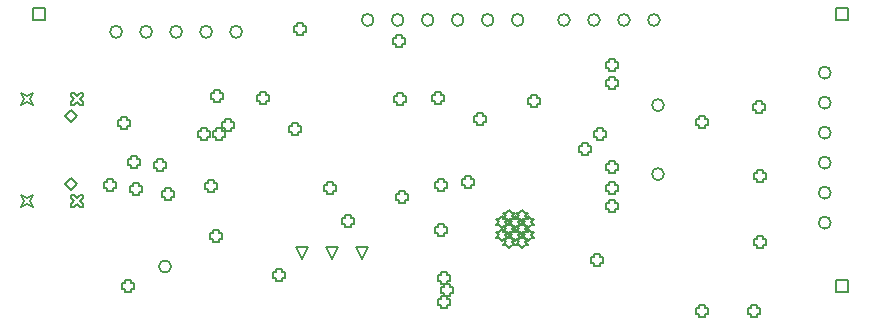
<source format=gbr>
%TF.GenerationSoftware,Altium Limited,Altium Designer,24.0.1 (36)*%
G04 Layer_Color=2752767*
%FSLAX45Y45*%
%MOMM*%
%TF.SameCoordinates,65C793CC-7C80-44E8-9821-AA658A2EEAB5*%
%TF.FilePolarity,Positive*%
%TF.FileFunction,Drawing*%
%TF.Part,Single*%
G01*
G75*
%TA.AperFunction,NonConductor*%
%ADD49C,0.12700*%
%ADD99C,0.16933*%
D49*
X7099200Y2599200D02*
Y2700800D01*
X7200800D01*
Y2599200D01*
X7099200D01*
X567200Y1789000D02*
X618000Y1839800D01*
X668800Y1789000D01*
X618000Y1738200D01*
X567200Y1789000D01*
Y1211000D02*
X618000Y1261800D01*
X668800Y1211000D01*
X618000Y1160200D01*
X567200Y1211000D01*
X617200Y1017200D02*
X642600D01*
X668000Y1042600D01*
X693400Y1017200D01*
X718800D01*
Y1042600D01*
X693400Y1068000D01*
X718800Y1093400D01*
Y1118800D01*
X693400D01*
X668000Y1093400D01*
X642600Y1118800D01*
X617200D01*
Y1093400D01*
X642600Y1068000D01*
X617200Y1042600D01*
Y1017200D01*
Y1881200D02*
X642600D01*
X668000Y1906600D01*
X693400Y1881200D01*
X718800D01*
Y1906600D01*
X693400Y1932000D01*
X718800Y1957400D01*
Y1982800D01*
X693400D01*
X668000Y1957400D01*
X642600Y1982800D01*
X617200D01*
Y1957400D01*
X642600Y1932000D01*
X617200Y1906600D01*
Y1881200D01*
X199200Y1017200D02*
X224600Y1068000D01*
X199200Y1118800D01*
X250000Y1093400D01*
X300800Y1118800D01*
X275400Y1068000D01*
X300800Y1017200D01*
X250000Y1042600D01*
X199200Y1017200D01*
Y1881200D02*
X224600Y1932000D01*
X199200Y1982800D01*
X250000Y1957400D01*
X300800Y1982800D01*
X275400Y1932000D01*
X300800Y1881200D01*
X250000Y1906600D01*
X199200Y1881200D01*
X2824500Y576700D02*
X2773700Y678300D01*
X2875300D01*
X2824500Y576700D01*
X2570500D02*
X2519700Y678300D01*
X2621300D01*
X2570500Y576700D01*
X3078500D02*
X3027700Y678300D01*
X3129300D01*
X3078500Y576700D01*
X299200Y2599200D02*
Y2700800D01*
X400800D01*
Y2599200D01*
X299200D01*
X7099200Y299200D02*
Y400800D01*
X7200800D01*
Y299200D01*
X7099200D01*
X4489500Y834700D02*
X4514900Y860100D01*
X4540300D01*
X4514900Y885500D01*
X4540300Y910900D01*
X4514900D01*
X4489500Y936300D01*
X4464100Y910900D01*
X4438700D01*
X4464100Y885500D01*
X4438700Y860100D01*
X4464100D01*
X4489500Y834700D01*
X4379500D02*
X4404900Y860100D01*
X4430300D01*
X4404900Y885500D01*
X4430300Y910900D01*
X4404900D01*
X4379500Y936300D01*
X4354100Y910900D01*
X4328700D01*
X4354100Y885500D01*
X4328700Y860100D01*
X4354100D01*
X4379500Y834700D01*
X4434500Y889700D02*
X4459900Y915100D01*
X4485300D01*
X4459900Y940500D01*
X4485300Y965900D01*
X4459900D01*
X4434500Y991300D01*
X4409100Y965900D01*
X4383700D01*
X4409100Y940500D01*
X4383700Y915100D01*
X4409100D01*
X4434500Y889700D01*
X4324500D02*
X4349900Y915100D01*
X4375300D01*
X4349900Y940500D01*
X4375300Y965900D01*
X4349900D01*
X4324500Y991300D01*
X4299100Y965900D01*
X4273700D01*
X4299100Y940500D01*
X4273700Y915100D01*
X4299100D01*
X4324500Y889700D01*
X4434500Y779700D02*
X4459900Y805100D01*
X4485300D01*
X4459900Y830500D01*
X4485300Y855900D01*
X4459900D01*
X4434500Y881300D01*
X4409100Y855900D01*
X4383700D01*
X4409100Y830500D01*
X4383700Y805100D01*
X4409100D01*
X4434500Y779700D01*
X4489500Y724700D02*
X4514900Y750100D01*
X4540300D01*
X4514900Y775500D01*
X4540300Y800900D01*
X4514900D01*
X4489500Y826300D01*
X4464100Y800900D01*
X4438700D01*
X4464100Y775500D01*
X4438700Y750100D01*
X4464100D01*
X4489500Y724700D01*
X4379500D02*
X4404900Y750100D01*
X4430300D01*
X4404900Y775500D01*
X4430300Y800900D01*
X4404900D01*
X4379500Y826300D01*
X4354100Y800900D01*
X4328700D01*
X4354100Y775500D01*
X4328700Y750100D01*
X4354100D01*
X4379500Y724700D01*
X4324500Y779700D02*
X4349900Y805100D01*
X4375300D01*
X4349900Y830500D01*
X4375300Y855900D01*
X4349900D01*
X4324500Y881300D01*
X4299100Y855900D01*
X4273700D01*
X4299100Y830500D01*
X4273700Y805100D01*
X4299100D01*
X4324500Y779700D01*
X4434500Y669700D02*
X4459900Y695100D01*
X4485300D01*
X4459900Y720500D01*
X4485300Y745900D01*
X4459900D01*
X4434500Y771300D01*
X4409100Y745900D01*
X4383700D01*
X4409100Y720500D01*
X4383700Y695100D01*
X4409100D01*
X4434500Y669700D01*
X4269500Y834700D02*
X4294900Y860100D01*
X4320300D01*
X4294900Y885500D01*
X4320300Y910900D01*
X4294900D01*
X4269500Y936300D01*
X4244100Y910900D01*
X4218700D01*
X4244100Y885500D01*
X4218700Y860100D01*
X4244100D01*
X4269500Y834700D01*
Y724700D02*
X4294900Y750100D01*
X4320300D01*
X4294900Y775500D01*
X4320300Y800900D01*
X4294900D01*
X4269500Y826300D01*
X4244100Y800900D01*
X4218700D01*
X4244100Y775500D01*
X4218700Y750100D01*
X4244100D01*
X4269500Y724700D01*
X4324500Y669700D02*
X4349900Y695100D01*
X4375300D01*
X4349900Y720500D01*
X4375300Y745900D01*
X4349900D01*
X4324500Y771300D01*
X4299100Y745900D01*
X4273700D01*
X4299100Y720500D01*
X4273700Y695100D01*
X4299100D01*
X4324500Y669700D01*
X1778000Y1168400D02*
Y1143000D01*
X1828800D01*
Y1168400D01*
X1854200D01*
Y1219200D01*
X1828800D01*
Y1244600D01*
X1778000D01*
Y1219200D01*
X1752600D01*
Y1168400D01*
X1778000D01*
X2489200Y1651000D02*
Y1625600D01*
X2540000D01*
Y1651000D01*
X2565400D01*
Y1701800D01*
X2540000D01*
Y1727200D01*
X2489200D01*
Y1701800D01*
X2463800D01*
Y1651000D01*
X2489200D01*
X5936000Y1707000D02*
Y1681600D01*
X5986800D01*
Y1707000D01*
X6012200D01*
Y1757800D01*
X5986800D01*
Y1783200D01*
X5936000D01*
Y1757800D01*
X5910600D01*
Y1707000D01*
X5936000D01*
X2222500Y1917700D02*
Y1892300D01*
X2273300D01*
Y1917700D01*
X2298700D01*
Y1968500D01*
X2273300D01*
Y1993900D01*
X2222500D01*
Y1968500D01*
X2197100D01*
Y1917700D01*
X2222500D01*
X1828800Y1930400D02*
Y1905000D01*
X1879600D01*
Y1930400D01*
X1905000D01*
Y1981200D01*
X1879600D01*
Y2006600D01*
X1828800D01*
Y1981200D01*
X1803400D01*
Y1930400D01*
X1828800D01*
X3378200Y1905000D02*
Y1879600D01*
X3429000D01*
Y1905000D01*
X3454400D01*
Y1955800D01*
X3429000D01*
Y1981200D01*
X3378200D01*
Y1955800D01*
X3352800D01*
Y1905000D01*
X3378200D01*
X1041400Y1701800D02*
Y1676400D01*
X1092200D01*
Y1701800D01*
X1117600D01*
Y1752600D01*
X1092200D01*
Y1778000D01*
X1041400D01*
Y1752600D01*
X1016000D01*
Y1701800D01*
X1041400D01*
X1143000Y1143000D02*
Y1117600D01*
X1193800D01*
Y1143000D01*
X1219200D01*
Y1193800D01*
X1193800D01*
Y1219200D01*
X1143000D01*
Y1193800D01*
X1117600D01*
Y1143000D01*
X1143000D01*
X1346200Y1346200D02*
Y1320800D01*
X1397000D01*
Y1346200D01*
X1422400D01*
Y1397000D01*
X1397000D01*
Y1422400D01*
X1346200D01*
Y1397000D01*
X1320800D01*
Y1346200D01*
X1346200D01*
X1124600Y1374600D02*
Y1349200D01*
X1175400D01*
Y1374600D01*
X1200800D01*
Y1425400D01*
X1175400D01*
Y1450800D01*
X1124600D01*
Y1425400D01*
X1099200D01*
Y1374600D01*
X1124600D01*
X924600Y1174600D02*
Y1149200D01*
X975400D01*
Y1174600D01*
X1000800D01*
Y1225400D01*
X975400D01*
Y1250800D01*
X924600D01*
Y1225400D01*
X899200D01*
Y1174600D01*
X924600D01*
X1414800Y1097400D02*
Y1072000D01*
X1465600D01*
Y1097400D01*
X1491000D01*
Y1148200D01*
X1465600D01*
Y1173600D01*
X1414800D01*
Y1148200D01*
X1389400D01*
Y1097400D01*
X1414800D01*
X1074600Y324600D02*
Y299200D01*
X1125400D01*
Y324600D01*
X1150800D01*
Y375400D01*
X1125400D01*
Y400800D01*
X1074600D01*
Y375400D01*
X1049200D01*
Y324600D01*
X1074600D01*
X2938800Y868800D02*
Y843400D01*
X2989600D01*
Y868800D01*
X3015000D01*
Y919600D01*
X2989600D01*
Y945000D01*
X2938800D01*
Y919600D01*
X2913400D01*
Y868800D01*
X2938800D01*
X2786400Y1148200D02*
Y1122800D01*
X2837200D01*
Y1148200D01*
X2862600D01*
Y1199000D01*
X2837200D01*
Y1224400D01*
X2786400D01*
Y1199000D01*
X2761000D01*
Y1148200D01*
X2786400D01*
X1719600Y1605400D02*
Y1580000D01*
X1770400D01*
Y1605400D01*
X1795800D01*
Y1656200D01*
X1770400D01*
Y1681600D01*
X1719600D01*
Y1656200D01*
X1694200D01*
Y1605400D01*
X1719600D01*
X3777000Y284600D02*
Y259200D01*
X3827800D01*
Y284600D01*
X3853200D01*
Y335400D01*
X3827800D01*
Y360800D01*
X3777000D01*
Y335400D01*
X3751600D01*
Y284600D01*
X3777000D01*
X2532400Y2494400D02*
Y2469000D01*
X2583200D01*
Y2494400D01*
X2608600D01*
Y2545200D01*
X2583200D01*
Y2570600D01*
X2532400D01*
Y2545200D01*
X2507000D01*
Y2494400D01*
X2532400D01*
X3370600Y2392800D02*
Y2367400D01*
X3421400D01*
Y2392800D01*
X3446800D01*
Y2443600D01*
X3421400D01*
Y2469000D01*
X3370600D01*
Y2443600D01*
X3345200D01*
Y2392800D01*
X3370600D01*
X3700800Y1910200D02*
Y1884800D01*
X3751600D01*
Y1910200D01*
X3777000D01*
Y1961000D01*
X3751600D01*
Y1986400D01*
X3700800D01*
Y1961000D01*
X3675400D01*
Y1910200D01*
X3700800D01*
X4056400Y1732400D02*
Y1707000D01*
X4107200D01*
Y1732400D01*
X4132600D01*
Y1783200D01*
X4107200D01*
Y1808600D01*
X4056400D01*
Y1783200D01*
X4031000D01*
Y1732400D01*
X4056400D01*
X5047000Y538600D02*
Y513200D01*
X5097800D01*
Y538600D01*
X5123200D01*
Y589400D01*
X5097800D01*
Y614800D01*
X5047000D01*
Y589400D01*
X5021600D01*
Y538600D01*
X5047000D01*
X5174000Y1326000D02*
Y1300600D01*
X5224800D01*
Y1326000D01*
X5250200D01*
Y1376800D01*
X5224800D01*
Y1402200D01*
X5174000D01*
Y1376800D01*
X5148600D01*
Y1326000D01*
X5174000D01*
X4945400Y1478400D02*
Y1453000D01*
X4996200D01*
Y1478400D01*
X5021600D01*
Y1529200D01*
X4996200D01*
Y1554600D01*
X4945400D01*
Y1529200D01*
X4920000D01*
Y1478400D01*
X4945400D01*
X4513600Y1884800D02*
Y1859400D01*
X4564400D01*
Y1884800D01*
X4589800D01*
Y1935600D01*
X4564400D01*
Y1961000D01*
X4513600D01*
Y1935600D01*
X4488200D01*
Y1884800D01*
X4513600D01*
X5174000Y1148200D02*
Y1122800D01*
X5224800D01*
Y1148200D01*
X5250200D01*
Y1199000D01*
X5224800D01*
Y1224400D01*
X5174000D01*
Y1199000D01*
X5148600D01*
Y1148200D01*
X5174000D01*
Y995800D02*
Y970400D01*
X5224800D01*
Y995800D01*
X5250200D01*
Y1046600D01*
X5224800D01*
Y1072000D01*
X5174000D01*
Y1046600D01*
X5148600D01*
Y995800D01*
X5174000D01*
Y2189600D02*
Y2164200D01*
X5224800D01*
Y2189600D01*
X5250200D01*
Y2240400D01*
X5224800D01*
Y2265800D01*
X5174000D01*
Y2240400D01*
X5148600D01*
Y2189600D01*
X5174000D01*
X5072400Y1605400D02*
Y1580000D01*
X5123200D01*
Y1605400D01*
X5148600D01*
Y1656200D01*
X5123200D01*
Y1681600D01*
X5072400D01*
Y1656200D01*
X5047000D01*
Y1605400D01*
X5072400D01*
X5174000Y2037200D02*
Y2011800D01*
X5224800D01*
Y2037200D01*
X5250200D01*
Y2088000D01*
X5224800D01*
Y2113400D01*
X5174000D01*
Y2088000D01*
X5148600D01*
Y2037200D01*
X5174000D01*
X3726200Y792600D02*
Y767200D01*
X3777000D01*
Y792600D01*
X3802400D01*
Y843400D01*
X3777000D01*
Y868800D01*
X3726200D01*
Y843400D01*
X3700800D01*
Y792600D01*
X3726200D01*
X3954800Y1199000D02*
Y1173600D01*
X4005600D01*
Y1199000D01*
X4031000D01*
Y1249800D01*
X4005600D01*
Y1275200D01*
X3954800D01*
Y1249800D01*
X3929400D01*
Y1199000D01*
X3954800D01*
X1821200Y741800D02*
Y716400D01*
X1872000D01*
Y741800D01*
X1897400D01*
Y792600D01*
X1872000D01*
Y818000D01*
X1821200D01*
Y792600D01*
X1795800D01*
Y741800D01*
X1821200D01*
X2354600Y411600D02*
Y386200D01*
X2405400D01*
Y411600D01*
X2430800D01*
Y462400D01*
X2405400D01*
Y487800D01*
X2354600D01*
Y462400D01*
X2329200D01*
Y411600D01*
X2354600D01*
X3748888Y184761D02*
Y159361D01*
X3799688D01*
Y184761D01*
X3825088D01*
Y235561D01*
X3799688D01*
Y260961D01*
X3748888D01*
Y235561D01*
X3723488D01*
Y184761D01*
X3748888D01*
X6418600Y1834000D02*
Y1808600D01*
X6469400D01*
Y1834000D01*
X6494800D01*
Y1884800D01*
X6469400D01*
Y1910200D01*
X6418600D01*
Y1884800D01*
X6393200D01*
Y1834000D01*
X6418600D01*
X6424600Y1249800D02*
Y1224400D01*
X6475400D01*
Y1249800D01*
X6500800D01*
Y1300600D01*
X6475400D01*
Y1326000D01*
X6424600D01*
Y1300600D01*
X6399200D01*
Y1249800D01*
X6424600D01*
Y691000D02*
Y665600D01*
X6475400D01*
Y691000D01*
X6500800D01*
Y741800D01*
X6475400D01*
Y767200D01*
X6424600D01*
Y741800D01*
X6399200D01*
Y691000D01*
X6424600D01*
X6374666Y106800D02*
Y81400D01*
X6425466D01*
Y106800D01*
X6450866D01*
Y157600D01*
X6425466D01*
Y183000D01*
X6374666D01*
Y157600D01*
X6349266D01*
Y106800D01*
X6374666D01*
X5936000D02*
Y81400D01*
X5986800D01*
Y106800D01*
X6012200D01*
Y157600D01*
X5986800D01*
Y183000D01*
X5936000D01*
Y157600D01*
X5910600D01*
Y106800D01*
X5936000D01*
X3726200Y1173600D02*
Y1148200D01*
X3777000D01*
Y1173600D01*
X3802400D01*
Y1224400D01*
X3777000D01*
Y1249800D01*
X3726200D01*
Y1224400D01*
X3700800D01*
Y1173600D01*
X3726200D01*
X3396000Y1072000D02*
Y1046600D01*
X3446800D01*
Y1072000D01*
X3472200D01*
Y1122800D01*
X3446800D01*
Y1148200D01*
X3396000D01*
Y1122800D01*
X3370600D01*
Y1072000D01*
X3396000D01*
X1846600Y1605400D02*
Y1580000D01*
X1897400D01*
Y1605400D01*
X1922800D01*
Y1656200D01*
X1897400D01*
Y1681600D01*
X1846600D01*
Y1656200D01*
X1821200D01*
Y1605400D01*
X1846600D01*
X1922800Y1681600D02*
Y1656200D01*
X1973600D01*
Y1681600D01*
X1999000D01*
Y1732400D01*
X1973600D01*
Y1757800D01*
X1922800D01*
Y1732400D01*
X1897400D01*
Y1681600D01*
X1922800D01*
X3751600Y386200D02*
Y360800D01*
X3802400D01*
Y386200D01*
X3827800D01*
Y437000D01*
X3802400D01*
Y462400D01*
X3751600D01*
Y437000D01*
X3726200D01*
Y386200D01*
X3751600D01*
D99*
X1050800Y2500000D02*
G03*
X1050800Y2500000I-50800J0D01*
G01*
X2066800D02*
G03*
X2066800Y2500000I-50800J0D01*
G01*
X1812800D02*
G03*
X1812800Y2500000I-50800J0D01*
G01*
X1558800D02*
G03*
X1558800Y2500000I-50800J0D01*
G01*
X1304800D02*
G03*
X1304800Y2500000I-50800J0D01*
G01*
X7050800Y2154000D02*
G03*
X7050800Y2154000I-50800J0D01*
G01*
Y1900000D02*
G03*
X7050800Y1900000I-50800J0D01*
G01*
Y884000D02*
G03*
X7050800Y884000I-50800J0D01*
G01*
Y1138000D02*
G03*
X7050800Y1138000I-50800J0D01*
G01*
Y1392000D02*
G03*
X7050800Y1392000I-50800J0D01*
G01*
Y1646000D02*
G03*
X7050800Y1646000I-50800J0D01*
G01*
X3180800Y2600000D02*
G03*
X3180800Y2600000I-50800J0D01*
G01*
X3434800D02*
G03*
X3434800Y2600000I-50800J0D01*
G01*
X4450800D02*
G03*
X4450800Y2600000I-50800J0D01*
G01*
X4196800D02*
G03*
X4196800Y2600000I-50800J0D01*
G01*
X3942800D02*
G03*
X3942800Y2600000I-50800J0D01*
G01*
X3688800D02*
G03*
X3688800Y2600000I-50800J0D01*
G01*
X5604800D02*
G03*
X5604800Y2600000I-50800J0D01*
G01*
X5350800D02*
G03*
X5350800Y2600000I-50800J0D01*
G01*
X5096800D02*
G03*
X5096800Y2600000I-50800J0D01*
G01*
X4842800D02*
G03*
X4842800Y2600000I-50800J0D01*
G01*
X5638800Y1879600D02*
G03*
X5638800Y1879600I-50800J0D01*
G01*
Y1295400D02*
G03*
X5638800Y1295400I-50800J0D01*
G01*
X1465600Y513200D02*
G03*
X1465600Y513200I-50800J0D01*
G01*
%TF.MD5,2e483b44f92eeadbf95ef6b290e42636*%
M02*

</source>
